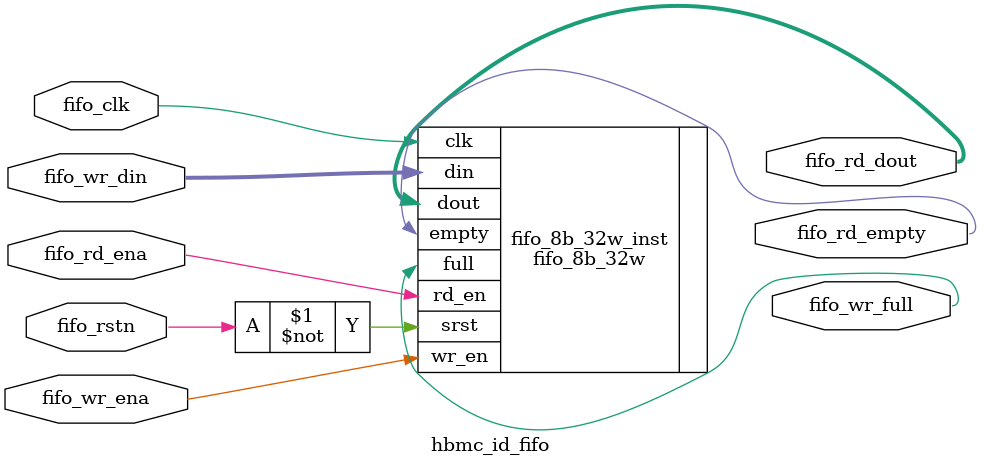
<source format=v>
/* 
 * ----------------------------------------------------------------------------
 *  Project:  OpenHBMC
 *  Filename: hbmc_id_fifo.v
 *  Purpose:  FIFO that stores AXI4 transaction ID data.
 * ----------------------------------------------------------------------------
 *  Copyright © 2020-2021, Vaagn Oganesyan <ovgn@protonmail.com>
 *  
 *  Licensed under the Apache License, Version 2.0 (the "License");
 *  you may not use this file except in compliance with the License.
 *  You may obtain a copy of the License at
 *  
 *      http://www.apache.org/licenses/LICENSE-2.0
 *  
 *  Unless required by applicable law or agreed to in writing, software
 *  distributed under the License is distributed on an "AS IS" BASIS,
 *  WITHOUT WARRANTIES OR CONDITIONS OF ANY KIND, either express or implied.
 *  See the License for the specific language governing permissions and
 * ----------------------------------------------------------------------------
 */

 
`default_nettype none
`timescale 1ps / 1ps


module hbmc_id_fifo #
(
    parameter integer AXI_ID_WIDTH = 8
)
(
    input   wire                            fifo_clk,
    input   wire                            fifo_rstn,
    
    input   wire    [AXI_ID_WIDTH - 1:0]    fifo_wr_din,
    input   wire                            fifo_wr_ena,
    output  wire                            fifo_wr_full,
    
    output  wire    [AXI_ID_WIDTH - 1:0]    fifo_rd_dout,
    input   wire                            fifo_rd_ena,
    output  wire                            fifo_rd_empty
);
    
/*----------------------------------------------------------------------------------------------------------------------------*/
    
    generate
        /* 
         * Check input AXI ID width parameter matches
         * generated FIFO primitive data width size.
         */
        if (AXI_ID_WIDTH > 8) begin
            INVALID_PARAMETER invalid_parameter_msg();
        end
    endgenerate
    
/*----------------------------------------------------------------------------------------------------------------------------*/
    
    fifo_8b_32w
    fifo_8b_32w_inst
    (
        .clk    ( fifo_clk      ),  // input wire clk
        .srst   ( ~fifo_rstn    ),  // input wire srst
        
        .wr_en  ( fifo_wr_ena   ),  // input wire wr_en
        .full   ( fifo_wr_full  ),  // output wire full
        .din    ( fifo_wr_din   ),  // input wire [7 : 0] din
        
        .rd_en  ( fifo_rd_ena   ),  // input wire rd_en
        .empty  ( fifo_rd_empty ),  // output wire empty
        .dout   ( fifo_rd_dout  )   // output wire [7 : 0] dout
    );

endmodule

/*----------------------------------------------------------------------------------------------------------------------------*/

`default_nettype wire

</source>
